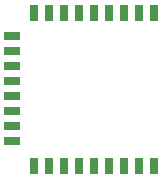
<source format=gbr>
G04 EAGLE Gerber RS-274X export*
G75*
%MOMM*%
%FSLAX34Y34*%
%LPD*%
%INSolderpaste Bottom*%
%IPPOS*%
%AMOC8*
5,1,8,0,0,1.08239X$1,22.5*%
G01*
%ADD10R,0.711200X1.422400*%
%ADD11R,1.422400X0.711200*%


D10*
X298959Y164271D03*
X311659Y164271D03*
X324359Y164271D03*
X337059Y164271D03*
X349759Y164271D03*
X362459Y164271D03*
X375159Y164271D03*
X387859Y164271D03*
D11*
X280169Y144421D03*
X280169Y131721D03*
X280169Y119021D03*
X280169Y106321D03*
X280169Y93621D03*
X280169Y80921D03*
X280169Y68221D03*
D10*
X298959Y34301D03*
X311659Y34301D03*
X324359Y34301D03*
X337059Y34301D03*
X349759Y34301D03*
X362459Y34301D03*
X375159Y34301D03*
X387859Y34301D03*
D11*
X280169Y55521D03*
D10*
X400559Y34301D03*
X400559Y164271D03*
M02*

</source>
